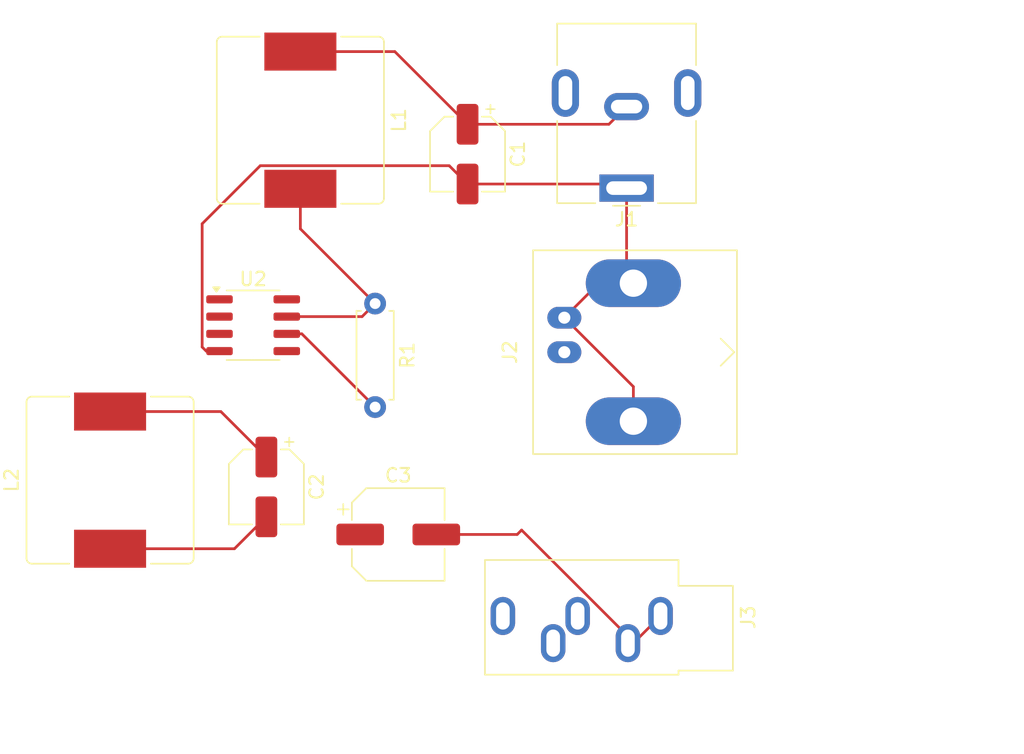
<source format=kicad_pcb>
(kicad_pcb (version 20240108) (generator "pcbnew") (generator_version "8.0")
  (layers (0 "F.Cu" signal) (31 "B.Cu" signal) (34 "B.Paste" user) (35 "F.Paste" user) (36 "B.SilkS" user "B.Silkscreen") (37 "F.SilkS" user "F.Silkscreen") (38 "B.Mask" user) (39 "F.Mask" user) (44 "Edge.Cuts" user))
  (net 0 "")
  (net 1 "Net-(C1-Pad1)")
  (net 2 "Net-(J2-Ext)")
  (net 3 "Net-(J2-In)")
  (net 4 "Net-(C3-Pad1)")
  (net 5 "Net-(C3-Pad2)")
  (net 7 "Net-(U2--)")
  (net 8 "Net-(U2-V+)")
  (footprint "Package_SO:SOIC-8_3.9x4.9mm_P1.27mm" (layer "F.Cu") (at 164.025 70.095)
    (property "Reference" "U2" (at 0 -3.4 360) (layer "F.SilkS"))
    (property "Value" "LM741")
    (fp_line (start 0 -2.56) (end -1.95 -2.56) (stroke (width 0.12)) (layer "F.SilkS"))
    (fp_line (start 0 -2.56) (end 1.95 -2.56) (stroke (width 0.12)) (layer "F.SilkS"))
    (fp_line (start 0 2.56) (end -1.95 2.56) (stroke (width 0.12)) (layer "F.SilkS"))
    (fp_line (start 0 2.56) (end 1.95 2.56) (stroke (width 0.12)) (layer "F.SilkS"))
    (fp_poly (pts (xy -2.7 -2.465) (xy -2.94 -2.795) (xy -2.46 -2.795) (xy -2.7 -2.465)) (stroke (width 0.12)) (fill solid) (layer "F.SilkS"))
    (pad "1" smd roundrect (at -2.475 -1.905) (size 1.95 0.6) (layers "F.Cu" "F.Paste" "F.Mask"))
    (pad "2" smd roundrect (at -2.475 -0.635) (size 1.95 0.6) (layers "F.Cu" "F.Paste" "F.Mask") (net 7 "Net-(U2--)"))
    (pad "3" smd roundrect (at -2.475 0.635) (size 1.95 0.6) (layers "F.Cu" "F.Paste" "F.Mask"))
    (pad "4" smd roundrect (at -2.475 1.905) (size 1.95 0.6) (layers "F.Cu" "F.Paste" "F.Mask") (net 2 "Net-(J2-Ext)"))
    (pad "5" smd roundrect (at 2.475 1.905) (size 1.95 0.6) (layers "F.Cu" "F.Paste" "F.Mask"))
    (pad "6" smd roundrect (at 2.475 0.635) (size 1.95 0.6) (layers "F.Cu" "F.Paste" "F.Mask") (net 4 "Net-(C3-Pad1)"))
    (pad "7" smd roundrect (at 2.475 -0.635) (size 1.95 0.6) (layers "F.Cu" "F.Paste" "F.Mask") (net 8 "Net-(U2-V+)"))
    (pad "8" smd roundrect (at 2.475 -1.905) (size 1.95 0.6) (layers "F.Cu" "F.Paste" "F.Mask"))
  )
  (footprint "Capacitor_SMD:CP_Elec_5x5.4" (layer "F.Cu") (at 179.8 57.5 -90)
    (property "Reference" "C1" (at 0 -3.7 90) (layer "F.SilkS"))
    (property "Value" "C_Polarized_Small")
    (fp_line (start -1.695563 2.76) (end 2.76 2.76) (stroke (width 0.12)) (layer "F.SilkS"))
    (fp_line (start 2.76 2.76) (end 2.76 1.06) (stroke (width 0.12)) (layer "F.SilkS"))
    (fp_line (start -2.76 1.695563) (end -1.695563 2.76) (stroke (width 0.12)) (layer "F.SilkS"))
    (fp_line (start -2.76 1.695563) (end -2.76 1.06) (stroke (width 0.12)) (layer "F.SilkS"))
    (fp_line (start -3.625 -1.685) (end -3 -1.685) (stroke (width 0.12)) (layer "F.SilkS"))
    (fp_line (start -2.76 -1.695563) (end -2.76 -1.06) (stroke (width 0.12)) (layer "F.SilkS"))
    (fp_line (start -2.76 -1.695563) (end -1.695563 -2.76) (stroke (width 0.12)) (layer "F.SilkS"))
    (fp_line (start -3.3125 -1.9975) (end -3.3125 -1.3725) (stroke (width 0.12)) (layer "F.SilkS"))
    (fp_line (start -1.695563 -2.76) (end 2.76 -2.76) (stroke (width 0.12)) (layer "F.SilkS"))
    (fp_line (start 2.76 -2.76) (end 2.76 -1.06) (stroke (width 0.12)) (layer "F.SilkS"))
    (pad "1" smd roundrect (at -2.2 0 270) (size 3 1.6) (layers "F.Cu" "F.Paste" "F.Mask") (roundrect_rratio 0.15625) (net 1 "Net-(C1-Pad1)"))
    (pad "2" smd roundrect (at 2.2 0 270) (size 3 1.6) (layers "F.Cu" "F.Paste" "F.Mask") (roundrect_rratio 0.15625) (net 2 "Net-(J2-Ext)"))
  )
  (footprint "Connector_Coaxial:BNC_Amphenol_B6252HB-NPP3G-50_Horizontal" (layer "F.Cu") (at 186.92 72.08 -90)
    (property "Reference" "J2" (at 0 4 90) (layer "F.SilkS"))
    (property "Value" "Conn_Coaxial_Power")
    (fp_line (start -7.5 2.3) (end -7.5 -12.7) (stroke (width 0.12)) (layer "F.SilkS"))
    (fp_line (start 7.5 2.3) (end -7.5 2.3) (stroke (width 0.12)) (layer "F.SilkS"))
    (fp_line (start 0 -12.5) (end -1 -11.5) (stroke (width 0.12)) (layer "F.SilkS"))
    (fp_line (start 0 -12.5) (end 1 -11.5) (stroke (width 0.12)) (layer "F.SilkS"))
    (fp_line (start -7.5 -12.7) (end 7.5 -12.7) (stroke (width 0.12)) (layer "F.SilkS"))
    (fp_line (start 7.5 -12.7) (end 7.5 2.3) (stroke (width 0.12)) (layer "F.SilkS"))
    (pad "1" thru_hole oval (at 0 0 270) (size 1.6 2.5) (drill 0.89) (layers "*.Cu" "*.Mask") (net 3 "Net-(J2-In)"))
    (pad "2" thru_hole oval (at -5.08 -5.08 270) (size 3.5 7) (drill 2.01) (layers "*.Cu" "*.Mask") (net 2 "Net-(J2-Ext)"))
    (pad "2" thru_hole oval (at -2.54 0 270) (size 1.6 2.5) (drill 0.89) (layers "*.Cu" "*.Mask") (net 2 "Net-(J2-Ext)"))
    (pad "2" thru_hole oval (at 5.08 -5.08 270) (size 3.5 7) (drill 2.01) (layers "*.Cu" "*.Mask") (net 2 "Net-(J2-Ext)"))
  )
  (footprint "Inductor_SMD:L_Bourns_SRR1210A" (layer "F.Cu") (at 167.5 55 -90)
    (property "Reference" "L1" (at 0 -7.25 90) (layer "F.SilkS"))
    (property "Value" "L_Ferrite")
    (fp_line (start 5.75 6.15) (end -5.75 6.15) (stroke (width 0.12)) (layer "F.SilkS"))
    (fp_line (start -6.15 3) (end -6.15 5.75) (stroke (width 0.12)) (layer "F.SilkS"))
    (fp_line (start 6.15 3) (end 6.15 5.75) (stroke (width 0.12)) (layer "F.SilkS"))
    (fp_line (start -6.15 -5.75) (end -6.15 -3) (stroke (width 0.12)) (layer "F.SilkS"))
    (fp_line (start 6.15 -5.75) (end 6.15 -3) (stroke (width 0.12)) (layer "F.SilkS"))
    (fp_line (start -5.75 -6.15) (end 5.75 -6.15) (stroke (width 0.12)) (layer "F.SilkS"))
    (fp_arc (start -5.75 6.15) (mid -6.032843 6.032843) (end -6.15 5.75) (stroke (width 0.12)) (layer "F.SilkS"))
    (fp_arc (start 6.15 5.75) (mid 6.032843 6.032843) (end 5.75 6.15) (stroke (width 0.12)) (layer "F.SilkS"))
    (fp_arc (start -6.15 -5.75) (mid -6.032843 -6.032843) (end -5.75 -6.15) (stroke (width 0.12)) (layer "F.SilkS"))
    (fp_arc (start 5.75 -6.15) (mid 6.032843 -6.032843) (end 6.15 -5.75) (stroke (width 0.12)) (layer "F.SilkS"))
    (pad "1" smd rect (at -5.05 0 270) (size 2.8 5.3) (layers "F.Cu" "F.Paste" "F.Mask") (net 1 "Net-(C1-Pad1)"))
    (pad "2" smd rect (at 5.05 0 270) (size 2.8 5.3) (layers "F.Cu" "F.Paste" "F.Mask") (net 8 "Net-(U2-V+)"))
  )
  (footprint "Connector_BarrelJack:BarrelJack_CUI_PJ-063AH_Horizontal" (layer "F.Cu") (at 191.5 60 180)
    (property "Reference" "J1" (at 0 -2.3 360) (layer "F.SilkS"))
    (property "Value" "Barrel_Jack_Switch")
    (fp_line (start 5.11 12.11) (end -5.11 12.11) (stroke (width 0.12)) (layer "F.SilkS"))
    (fp_line (start 5.11 9.05) (end 5.11 12.11) (stroke (width 0.12)) (layer "F.SilkS"))
    (fp_line (start 5.11 -1.11) (end 5.11 4.95) (stroke (width 0.12)) (layer "F.SilkS"))
    (fp_line (start 2.3 -1.11) (end 5.11 -1.11) (stroke (width 0.12)) (layer "F.SilkS"))
    (fp_line (start -1 -1.3) (end 1 -1.3) (stroke (width 0.12)) (layer "F.SilkS"))
    (fp_line (start -5.11 12.11) (end -5.11 9.05) (stroke (width 0.12)) (layer "F.SilkS"))
    (fp_line (start -5.11 4.95) (end -5.11 -1.11) (stroke (width 0.12)) (layer "F.SilkS"))
    (fp_line (start -5.11 -1.11) (end -2.3 -1.11) (stroke (width 0.12)) (layer "F.SilkS"))
    (pad "" np_thru_hole circle (at 0 9 180) (size 1.6 1.6) (drill 1.6) (layers "*.Cu" "*.Mask"))
    (pad "1" thru_hole rect (at 0 0 180) (size 4 2) (drill oval 3 1) (layers "*.Cu" "*.Mask") (net 2 "Net-(J2-Ext)"))
    (pad "2" thru_hole oval (at 0 6 180) (size 3.3 2) (drill oval 2.3 1) (layers "*.Cu" "*.Mask") (net 1 "Net-(C1-Pad1)"))
    (pad "MP" thru_hole oval (at -4.5 7 180) (size 2 3.5) (drill oval 1 2.5) (layers "*.Cu" "*.Mask"))
    (pad "MP" thru_hole oval (at 4.5 7 180) (size 2 3.5) (drill oval 1 2.5) (layers "*.Cu" "*.Mask"))
  )
  (footprint "Capacitor_SMD:CP_Elec_5x5.4" (layer "F.Cu") (at 165 82 -90)
    (property "Reference" "C2" (at 0 -3.7 90) (layer "F.SilkS"))
    (property "Value" "C_Polarized_Small")
    (fp_line (start -1.695563 2.76) (end 2.76 2.76) (stroke (width 0.12)) (layer "F.SilkS"))
    (fp_line (start 2.76 2.76) (end 2.76 1.06) (stroke (width 0.12)) (layer "F.SilkS"))
    (fp_line (start -2.76 1.695563) (end -1.695563 2.76) (stroke (width 0.12)) (layer "F.SilkS"))
    (fp_line (start -2.76 1.695563) (end -2.76 1.06) (stroke (width 0.12)) (layer "F.SilkS"))
    (fp_line (start -3.625 -1.685) (end -3 -1.685) (stroke (width 0.12)) (layer "F.SilkS"))
    (fp_line (start -2.76 -1.695563) (end -2.76 -1.06) (stroke (width 0.12)) (layer "F.SilkS"))
    (fp_line (start -2.76 -1.695563) (end -1.695563 -2.76) (stroke (width 0.12)) (layer "F.SilkS"))
    (fp_line (start -3.3125 -1.9975) (end -3.3125 -1.3725) (stroke (width 0.12)) (layer "F.SilkS"))
    (fp_line (start -1.695563 -2.76) (end 2.76 -2.76) (stroke (width 0.12)) (layer "F.SilkS"))
    (fp_line (start 2.76 -2.76) (end 2.76 -1.06) (stroke (width 0.12)) (layer "F.SilkS"))
    (pad "1" smd roundrect (at -2.2 0 270) (size 3 1.6) (layers "F.Cu" "F.Paste" "F.Mask") (roundrect_rratio 0.15625) (net 3 "Net-(J2-In)"))
    (pad "2" smd roundrect (at 2.2 0 270) (size 3 1.6) (layers "F.Cu" "F.Paste" "F.Mask") (roundrect_rratio 0.15625) (net 7 "Net-(U2--)"))
  )
  (footprint "Capacitor_SMD:CP_Elec_6.3x5.4" (layer "F.Cu") (at 174.7 85.5)
    (property "Reference" "C3" (at 0 -4.35 0) (layer "F.SilkS"))
    (property "Value" "C_Polarized_Small")
    (fp_line (start -4.4375 -1.8475) (end -3.65 -1.8475) (stroke (width 0.12)) (layer "F.SilkS"))
    (fp_line (start -4.04375 -2.24125) (end -4.04375 -1.45375) (stroke (width 0.12)) (layer "F.SilkS"))
    (fp_line (start -3.41 -2.345563) (end -3.41 -1.06) (stroke (width 0.12)) (layer "F.SilkS"))
    (fp_line (start -3.41 -2.345563) (end -2.345563 -3.41) (stroke (width 0.12)) (layer "F.SilkS"))
    (fp_line (start -3.41 2.345563) (end -3.41 1.06) (stroke (width 0.12)) (layer "F.SilkS"))
    (fp_line (start -3.41 2.345563) (end -2.345563 3.41) (stroke (width 0.12)) (layer "F.SilkS"))
    (fp_line (start -2.345563 -3.41) (end 3.41 -3.41) (stroke (width 0.12)) (layer "F.SilkS"))
    (fp_line (start -2.345563 3.41) (end 3.41 3.41) (stroke (width 0.12)) (layer "F.SilkS"))
    (fp_line (start 3.41 -3.41) (end 3.41 -1.06) (stroke (width 0.12)) (layer "F.SilkS"))
    (fp_line (start 3.41 3.41) (end 3.41 1.06) (stroke (width 0.12)) (layer "F.SilkS"))
    (pad "1" smd roundrect (at -2.8 0) (size 3.5 1.6) (layers "F.Cu" "F.Paste" "F.Mask") (roundrect_rratio 0.15625) (net 4 "Net-(C3-Pad1)"))
    (pad "2" smd roundrect (at 2.8 0) (size 3.5 1.6) (layers "F.Cu" "F.Paste" "F.Mask") (roundrect_rratio 0.15625) (net 5 "Net-(C3-Pad2)"))
  )
  (footprint "Inductor_SMD:L_Bourns_SRR1210A" (layer "F.Cu") (at 153.5 81.5 90)
    (property "Reference" "L2" (at 0 -7.25 90) (layer "F.SilkS"))
    (property "Value" "L_Ferrite")
    (fp_line (start -5.75 -6.15) (end 5.75 -6.15) (stroke (width 0.12)) (layer "F.SilkS"))
    (fp_line (start 6.15 -5.75) (end 6.15 -3) (stroke (width 0.12)) (layer "F.SilkS"))
    (fp_line (start -6.15 -5.75) (end -6.15 -3) (stroke (width 0.12)) (layer "F.SilkS"))
    (fp_line (start 6.15 3) (end 6.15 5.75) (stroke (width 0.12)) (layer "F.SilkS"))
    (fp_line (start -6.15 3) (end -6.15 5.75) (stroke (width 0.12)) (layer "F.SilkS"))
    (fp_line (start 5.75 6.15) (end -5.75 6.15) (stroke (width 0.12)) (layer "F.SilkS"))
    (fp_arc (start 5.75 -6.15) (mid 6.032843 -6.032843) (end 6.15 -5.75) (stroke (width 0.12)) (layer "F.SilkS"))
    (fp_arc (start -6.15 -5.75) (mid -6.032843 -6.032843) (end -5.75 -6.15) (stroke (width 0.12)) (layer "F.SilkS"))
    (fp_arc (start 6.15 5.75) (mid 6.032843 6.032843) (end 5.75 6.15) (stroke (width 0.12)) (layer "F.SilkS"))
    (fp_arc (start -5.75 6.15) (mid -6.032843 6.032843) (end -6.15 5.75) (stroke (width 0.12)) (layer "F.SilkS"))
    (pad "1" smd rect (at -5.05 0 90) (size 2.8 5.3) (layers "F.Cu" "F.Paste" "F.Mask") (net 7 "Net-(U2--)"))
    (pad "2" smd rect (at 5.05 0 90) (size 2.8 5.3) (layers "F.Cu" "F.Paste" "F.Mask") (net 3 "Net-(J2-In)"))
  )
  (footprint "Connector_Audio:Jack_3.5mm_CUI_SJ1-3535NG_Horizontal" (layer "F.Cu") (at 194 91.5 -90)
    (property "Reference" "J3" (at 0.1 -6.45 90) (layer "F.SilkS"))
    (property "Value" "AudioJack2_Ground_Switch")
    (fp_line (start -4.12 12.92) (end -4.12 -1.32) (stroke (width 0.12)) (layer "F.SilkS"))
    (fp_line (start 4.32 12.92) (end -4.12 12.92) (stroke (width 0.12)) (layer "F.SilkS"))
    (fp_line (start -4.12 -1.32) (end -2.22 -1.32) (stroke (width 0.12)) (layer "F.SilkS"))
    (fp_line (start -2.22 -1.32) (end -2.22 -5.32) (stroke (width 0.12)) (layer "F.SilkS"))
    (fp_line (start 4.02 -1.32) (end 4.32 -1.32) (stroke (width 0.12)) (layer "F.SilkS"))
    (fp_line (start 4.32 -1.32) (end 4.32 12.92) (stroke (width 0.12)) (layer "F.SilkS"))
    (fp_line (start -2.22 -5.32) (end 4.02 -5.32) (stroke (width 0.12)) (layer "F.SilkS"))
    (fp_line (start 4.02 -5.32) (end 4.02 -1.32) (stroke (width 0.12)) (layer "F.SilkS"))
    (pad "R" thru_hole oval (at 2 7.9 270) (size 2.8 1.8) (drill oval 2 1) (layers "*.Cu" "*.Mask"))
    (pad "RN" thru_hole oval (at 0 6.1 270) (size 2.8 1.8) (drill oval 2 1) (layers "*.Cu" "*.Mask"))
    (pad "S" thru_hole oval (at 0 0 270) (size 2.8 1.8) (drill oval 2 1) (layers "*.Cu" "*.Mask") (net 5 "Net-(C3-Pad2)"))
    (pad "T" thru_hole oval (at 2 2.4 270) (size 2.8 1.8) (drill oval 2 1) (layers "*.Cu" "*.Mask") (net 5 "Net-(C3-Pad2)"))
    (pad "TN" thru_hole oval (at 0 11.6 270) (size 2.8 1.8) (drill oval 2 1) (layers "*.Cu" "*.Mask"))
  )
  (footprint "Resistor_THT:R_Axial_DIN0207_L6.3mm_D2.5mm_P7.62mm_Horizontal" (layer "F.Cu") (at 173 68.5 -90)
    (property "Reference" "R1" (at 3.81 -2.37 90) (layer "F.SilkS"))
    (property "Value" "R_Small")
    (fp_line (start 0.54 1.37) (end 7.08 1.37) (stroke (width 0.12)) (layer "F.SilkS"))
    (fp_line (start 7.08 1.37) (end 7.08 1.04) (stroke (width 0.12)) (layer "F.SilkS"))
    (fp_line (start 0.54 1.04) (end 0.54 1.37) (stroke (width 0.12)) (layer "F.SilkS"))
    (fp_line (start 0.54 -1.04) (end 0.54 -1.37) (stroke (width 0.12)) (layer "F.SilkS"))
    (fp_line (start 0.54 -1.37) (end 7.08 -1.37) (stroke (width 0.12)) (layer "F.SilkS"))
    (fp_line (start 7.08 -1.37) (end 7.08 -1.04) (stroke (width 0.12)) (layer "F.SilkS"))
    (pad "1" thru_hole circle (at 0 0 270) (size 1.6 1.6) (drill 0.8) (layers "*.Cu" "*.Mask") (net 8 "Net-(U2-V+)"))
    (pad "2" thru_hole oval (at 7.62 0 270) (size 1.6 1.6) (drill 0.8) (layers "*.Cu" "*.Mask") (net 4 "Net-(C3-Pad1)"))
  )
  (segment (start 167.5 49.95) (end 174.45 49.95) (width 0.2) (layer "F.Cu") (net 1))
  (segment (start 191.5 54) (end 190.2 55.3) (width 0.2) (layer "F.Cu") (net 1))
  (segment (start 190.2 55.3) (end 179.8 55.3) (width 0.2) (layer "F.Cu") (net 1))
  (segment (start 174.45 49.95) (end 179.8 55.3) (width 0.2) (layer "F.Cu") (net 1))
  (segment (start 192 67) (end 189.46 67) (width 0.2) (layer "F.Cu") (net 2))
  (segment (start 191.5 66.5) (end 192 67) (width 0.2) (layer "F.Cu") (net 2))
  (segment (start 189.46 67) (end 186.92 69.54) (width 0.2) (layer "F.Cu") (net 2))
  (segment (start 191.5 60) (end 191.5 66.5) (width 0.2) (layer "F.Cu") (net 2))
  (segment (start 178.45 58.35) (end 179.8 59.7) (width 0.2) (layer "F.Cu") (net 2))
  (segment (start 186.92 69.54) (end 192 74.62) (width 0.2) (layer "F.Cu") (net 2))
  (segment (start 161.55 72) (end 160.575001 72) (width 0.2) (layer "F.Cu") (net 2))
  (segment (start 164.55 58.35) (end 178.45 58.35) (width 0.2) (layer "F.Cu") (net 2))
  (segment (start 160.575001 72) (end 160.275 71.699999) (width 0.2) (layer "F.Cu") (net 2))
  (segment (start 191.2 59.7) (end 191.5 60) (width 0.2) (layer "F.Cu") (net 2))
  (segment (start 160.275 71.699999) (end 160.275 62.625) (width 0.2) (layer "F.Cu") (net 2))
  (segment (start 179.8 59.7) (end 191.2 59.7) (width 0.2) (layer "F.Cu") (net 2))
  (segment (start 192 74.62) (end 192 77.16) (width 0.2) (layer "F.Cu") (net 2))
  (segment (start 160.275 62.625) (end 164.55 58.35) (width 0.2) (layer "F.Cu") (net 2))
  (segment (start 165 79.8) (end 161.65 76.45) (width 0.2) (layer "F.Cu") (net 3))
  (segment (start 161.65 76.45) (end 153.5 76.45) (width 0.2) (layer "F.Cu") (net 3))
  (segment (start 167.61 70.73) (end 166.5 70.73) (width 0.2) (layer "F.Cu") (net 4))
  (segment (start 173 76.12) (end 167.61 70.73) (width 0.2) (layer "F.Cu") (net 4))
  (segment (start 183.775 85.175) (end 191.6 93) (width 0.2) (layer "F.Cu") (net 5))
  (segment (start 191.6 92.85) (end 191.6 93.5) (width 0.2) (layer "F.Cu") (net 5))
  (segment (start 183.45 85.5) (end 183.775 85.175) (width 0.2) (layer "F.Cu") (net 5))
  (segment (start 194 91.5) (end 192 93.5) (width 0.2) (layer "F.Cu") (net 5))
  (segment (start 192 93.5) (end 191.6 93.5) (width 0.2) (layer "F.Cu") (net 5))
  (segment (start 177.5 85.5) (end 183.45 85.5) (width 0.2) (layer "F.Cu") (net 5))
  (segment (start 191.6 93) (end 191.6 93.5) (width 0.2) (layer "F.Cu") (net 5))
  (segment (start 162.65 86.55) (end 165 84.2) (width 0.2) (layer "F.Cu") (net 7))
  (segment (start 153.5 86.55) (end 162.65 86.55) (width 0.2) (layer "F.Cu") (net 7))
  (segment (start 167.5 60.05) (end 167.5 63) (width 0.2) (layer "F.Cu") (net 8))
  (segment (start 173 68.5) (end 172.04 69.46) (width 0.2) (layer "F.Cu") (net 8))
  (segment (start 167.5 63) (end 173 68.5) (width 0.2) (layer "F.Cu") (net 8))
  (segment (start 172.04 69.46) (end 166.5 69.46) (width 0.2) (layer "F.Cu") (net 8))
)
</source>
